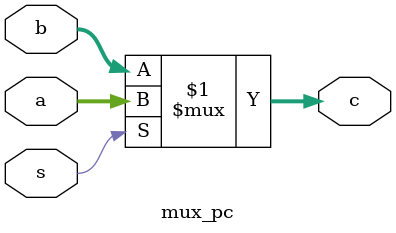
<source format=sv>
module mux_pc (
    input logic [15:0] a, b,
    input logic s,
    output logic [15:0] c
);

    assign c = (s) ? a : b;

endmodule
</source>
